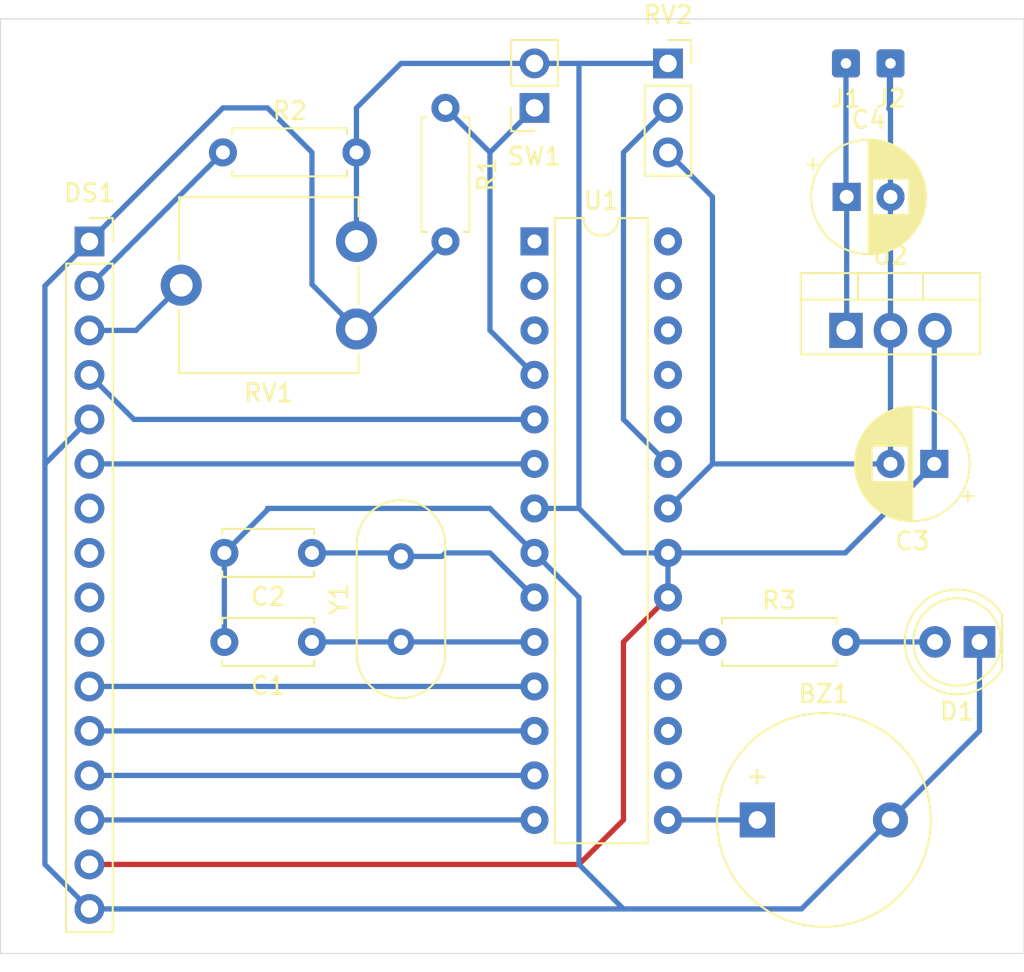
<source format=kicad_pcb>
(kicad_pcb (version 20241229) (generator "pcbnew") (generator_version "9.0")
  (layers (0 "F.Cu" signal) (4 "In1.Cu" signal) (6 "In2.Cu" signal) (2 "B.Cu" signal) (13 "F.Paste" user) (15 "B.Paste" user) (5 "F.SilkS" user "F.Silkscreen") (7 "B.SilkS" user "B.Silkscreen") (1 "F.Mask" user) (3 "B.Mask" user) (25 "Edge.Cuts" user))
  (net 0 "")
  (net 1 "Net-(DS1-D7)")
  (net 2 "Net-(DS1-RS)")
  (net 3 "GND")
  (net 4 "Net-(DS1-E)")
  (net 6 "Net-(DS1-VO)")
  (net 9 "Net-(DS1-D6)")
  (net 10 "Net-(DS1-D4)")
  (net 11 "Net-(DS1-D5)")
  (net 12 "Net-(U1-XTAL1{slash}PB6)")
  (net 13 "Net-(DS1-VDD)")
  (net 15 "Net-(U1-PD2)")
  (net 16 "Net-(U1-XTAL2{slash}PB7)")
  (net 17 "Net-(U1-PC0)")
  (net 18 "Net-(BZ1-+)")
  (net 21 "+5V")
  (net 28 "Net-(U1-PB5)")
  (net 32 "Net-(D1-A)")
  (net 33 "+9V")
  (footprint "Buzzer_Beeper:Buzzer_12x9.5RM7.6" (layer "F.Cu") (at 144.8 116.84)
    (property "Reference" "BZ1" (at 3.8 -7.2 0) (layer "F.SilkS"))
    (property "Value" "Buzzer")
    (fp_circle (center 3.8 0) (end 9.9 0) (stroke (width 0.12)) (fill no) (layer "F.SilkS"))
    (fp_text user "+" (at -0.01 -2.54 0) (layer "F.SilkS"))
    (pad "1" thru_hole rect (at 0 0) (size 2 2) (drill 1) (layers "*.Cu" "*.Mask") (net 18 "Net-(BZ1-+)"))
    (pad "2" thru_hole circle (at 7.6 0) (size 2 2) (drill 1) (layers "*.Cu" "*.Mask") (net 3 "GND"))
  )
  (footprint "Package_TO_SOT_THT:TO-220-3_Vertical" (layer "F.Cu") (at 149.86 88.9)
    (property "Reference" "U2" (at 2.54 -4.27 0) (layer "F.SilkS"))
    (property "Value" "L7805")
    (fp_line (start -2.58 -3.27) (end -2.58 1.371) (stroke (width 0.12)) (layer "F.SilkS"))
    (fp_line (start -2.58 -3.27) (end 7.66 -3.27) (stroke (width 0.12)) (layer "F.SilkS"))
    (fp_line (start -2.58 -1.76) (end 7.66 -1.76) (stroke (width 0.12)) (layer "F.SilkS"))
    (fp_line (start -2.58 1.371) (end 7.66 1.371) (stroke (width 0.12)) (layer "F.SilkS"))
    (fp_line (start 0.69 -3.27) (end 0.69 -1.76) (stroke (width 0.12)) (layer "F.SilkS"))
    (fp_line (start 4.391 -3.27) (end 4.391 -1.76) (stroke (width 0.12)) (layer "F.SilkS"))
    (fp_line (start 7.66 -3.27) (end 7.66 1.371) (stroke (width 0.12)) (layer "F.SilkS"))
    (pad "1" thru_hole rect (at 0 0) (size 1.905 2) (drill 1.1) (layers "*.Cu" "*.Mask") (net 33 "+9V"))
    (pad "2" thru_hole oval (at 2.54 0) (size 1.905 2) (drill 1.1) (layers "*.Cu" "*.Mask") (net 3 "GND"))
    (pad "3" thru_hole oval (at 5.08 0) (size 1.905 2) (drill 1.1) (layers "*.Cu" "*.Mask") (net 21 "+5V"))
  )
  (footprint "Connector_PinSocket_2.54mm:PinSocket_1x16_P2.54mm_Vertical" (layer "F.Cu") (at 106.68 83.82)
    (property "Reference" "DS1" (at 0 -2.77 0) (layer "F.SilkS"))
    (property "Value" "WC1602A")
    (fp_line (start -1.33 1.27) (end -1.33 39.43) (stroke (width 0.12)) (layer "F.SilkS"))
    (fp_line (start -1.33 1.27) (end 1.33 1.27) (stroke (width 0.12)) (layer "F.SilkS"))
    (fp_line (start -1.33 39.43) (end 1.33 39.43) (stroke (width 0.12)) (layer "F.SilkS"))
    (fp_line (start 0 -1.33) (end 1.33 -1.33) (stroke (width 0.12)) (layer "F.SilkS"))
    (fp_line (start 1.33 -1.33) (end 1.33 0) (stroke (width 0.12)) (layer "F.SilkS"))
    (fp_line (start 1.33 1.27) (end 1.33 39.43) (stroke (width 0.12)) (layer "F.SilkS"))
    (pad "1" thru_hole rect (at 0 0) (size 1.7 1.7) (drill 1) (layers "*.Cu" "*.Mask") (net 3 "GND"))
    (pad "2" thru_hole oval (at 0 2.54) (size 1.7 1.7) (drill 1) (layers "*.Cu" "*.Mask") (net 13 "Net-(DS1-VDD)"))
    (pad "3" thru_hole oval (at 0 5.08) (size 1.7 1.7) (drill 1) (layers "*.Cu" "*.Mask") (net 6 "Net-(DS1-VO)"))
    (pad "4" thru_hole oval (at 0 7.62) (size 1.7 1.7) (drill 1) (layers "*.Cu" "*.Mask") (net 2 "Net-(DS1-RS)"))
    (pad "5" thru_hole oval (at 0 10.16) (size 1.7 1.7) (drill 1) (layers "*.Cu" "*.Mask") (net 3 "GND"))
    (pad "6" thru_hole oval (at 0 12.7) (size 1.7 1.7) (drill 1) (layers "*.Cu" "*.Mask") (net 4 "Net-(DS1-E)"))
    (pad "7" thru_hole oval (at 0 15.24) (size 1.7 1.7) (drill 1) (layers "*.Cu" "*.Mask"))
    (pad "8" thru_hole oval (at 0 17.78) (size 1.7 1.7) (drill 1) (layers "*.Cu" "*.Mask"))
    (pad "9" thru_hole oval (at 0 20.32) (size 1.7 1.7) (drill 1) (layers "*.Cu" "*.Mask"))
    (pad "10" thru_hole oval (at 0 22.86) (size 1.7 1.7) (drill 1) (layers "*.Cu" "*.Mask"))
    (pad "11" thru_hole oval (at 0 25.4) (size 1.7 1.7) (drill 1) (layers "*.Cu" "*.Mask") (net 10 "Net-(DS1-D4)"))
    (pad "12" thru_hole oval (at 0 27.94) (size 1.7 1.7) (drill 1) (layers "*.Cu" "*.Mask") (net 11 "Net-(DS1-D5)"))
    (pad "13" thru_hole oval (at 0 30.48) (size 1.7 1.7) (drill 1) (layers "*.Cu" "*.Mask") (net 9 "Net-(DS1-D6)"))
    (pad "14" thru_hole oval (at 0 33.02) (size 1.7 1.7) (drill 1) (layers "*.Cu" "*.Mask") (net 1 "Net-(DS1-D7)"))
    (pad "15" thru_hole oval (at 0 35.56) (size 1.7 1.7) (drill 1) (layers "*.Cu" "*.Mask") (net 21 "+5V"))
    (pad "16" thru_hole oval (at 0 38.1) (size 1.7 1.7) (drill 1) (layers "*.Cu" "*.Mask") (net 3 "GND"))
  )
  (footprint "LED_THT:LED_D5.0mm" (layer "F.Cu") (at 157.48 106.68 180)
    (property "Reference" "D1" (at 1.27 -3.96 0) (layer "F.SilkS"))
    (property "Value" "LED")
    (fp_line (start -1.29 -1.545) (end -1.29 1.545) (stroke (width 0.12)) (layer "F.SilkS"))
    (fp_arc (start 4.26 -0.000462) (mid 2.072002 2.880433) (end -1.29 1.54483) (stroke (width 0.12)) (layer "F.SilkS"))
    (fp_arc (start -1.29 -1.54483) (mid 2.072002 -2.880433) (end 4.26 0.000462) (stroke (width 0.12)) (layer "F.SilkS"))
    (fp_circle (center 1.27 0) (end 3.77 0) (stroke (width 0.12)) (fill no) (layer "F.SilkS"))
    (pad "1" thru_hole rect (at 0 0 180) (size 1.8 1.8) (drill 0.9) (layers "*.Cu" "*.Mask") (net 3 "GND"))
    (pad "2" thru_hole circle (at 2.54 0 180) (size 1.8 1.8) (drill 0.9) (layers "*.Cu" "*.Mask") (net 32 "Net-(D1-A)"))
  )
  (footprint "Resistor_THT:R_Axial_DIN0207_L6.3mm_D2.5mm_P7.62mm_Horizontal" (layer "F.Cu") (at 114.3 78.74)
    (property "Reference" "R2" (at 3.81 -2.37 0) (layer "F.SilkS"))
    (property "Value" "220")
    (fp_line (start 0.54 -1.37) (end 7.08 -1.37) (stroke (width 0.12)) (layer "F.SilkS"))
    (fp_line (start 0.54 -1.04) (end 0.54 -1.37) (stroke (width 0.12)) (layer "F.SilkS"))
    (fp_line (start 0.54 1.04) (end 0.54 1.37) (stroke (width 0.12)) (layer "F.SilkS"))
    (fp_line (start 0.54 1.37) (end 7.08 1.37) (stroke (width 0.12)) (layer "F.SilkS"))
    (fp_line (start 7.08 -1.37) (end 7.08 -1.04) (stroke (width 0.12)) (layer "F.SilkS"))
    (fp_line (start 7.08 1.37) (end 7.08 1.04) (stroke (width 0.12)) (layer "F.SilkS"))
    (pad "1" thru_hole circle (at 0 0) (size 1.6 1.6) (drill 0.8) (layers "*.Cu" "*.Mask") (net 13 "Net-(DS1-VDD)"))
    (pad "2" thru_hole oval (at 7.62 0) (size 1.6 1.6) (drill 0.8) (layers "*.Cu" "*.Mask") (net 21 "+5V"))
  )
  (footprint "Connector_Wire:SolderWire-0.1sqmm_1x01_D0.4mm_OD1mm" (layer "F.Cu") (at 152.4 73.66 180)
    (property "Reference" "J2" (at 0 -2 0) (layer "F.SilkS"))
    (property "Value" "Conn_01x01_Pin")
    (pad "1" thru_hole roundrect (at 0 0 180) (size 1.6 1.6) (drill 0.6) (layers "*.Cu" "*.Mask") (roundrect_rratio 0.15625) (net 3 "GND"))
  )
  (footprint "Connector_PinSocket_2.54mm:PinSocket_1x02_P2.54mm_Vertical" (layer "F.Cu") (at 132.08 76.2 180)
    (property "Reference" "SW1" (at 0 -2.77 0) (layer "F.SilkS"))
    (property "Value" "SW_Push")
    (fp_line (start 1.33 1.27) (end 1.33 3.87) (stroke (width 0.12)) (layer "F.SilkS"))
    (fp_line (start 1.33 -1.33) (end 1.33 0) (stroke (width 0.12)) (layer "F.SilkS"))
    (fp_line (start 0 -1.33) (end 1.33 -1.33) (stroke (width 0.12)) (layer "F.SilkS"))
    (fp_line (start -1.33 3.87) (end 1.33 3.87) (stroke (width 0.12)) (layer "F.SilkS"))
    (fp_line (start -1.33 1.27) (end 1.33 1.27) (stroke (width 0.12)) (layer "F.SilkS"))
    (fp_line (start -1.33 1.27) (end -1.33 3.87) (stroke (width 0.12)) (layer "F.SilkS"))
    (pad "1" thru_hole rect (at 0 0 180) (size 1.7 1.7) (drill 1) (layers "*.Cu" "*.Mask") (net 15 "Net-(U1-PD2)"))
    (pad "2" thru_hole oval (at 0 2.54 180) (size 1.7 1.7) (drill 1) (layers "*.Cu" "*.Mask") (net 21 "+5V"))
  )
  (footprint "Crystal:Crystal_HC49-U_Vertical" (layer "F.Cu") (at 124.46 106.68 90)
    (property "Reference" "Y1" (at 2.44 -3.525 90) (layer "F.SilkS"))
    (property "Value" "Crystal")
    (fp_line (start -0.685 -2.525) (end 5.565 -2.525) (stroke (width 0.12)) (layer "F.SilkS"))
    (fp_line (start -0.685 2.525) (end 5.565 2.525) (stroke (width 0.12)) (layer "F.SilkS"))
    (fp_arc (start 5.565 -2.525) (mid 8.09 0) (end 5.565 2.525) (stroke (width 0.12)) (layer "F.SilkS"))
    (fp_arc (start -0.685 2.525) (mid -3.21 0) (end -0.685 -2.525) (stroke (width 0.12)) (layer "F.SilkS"))
    (pad "1" thru_hole circle (at 0 0 90) (size 1.5 1.5) (drill 0.8) (layers "*.Cu" "*.Mask") (net 16 "Net-(U1-XTAL2{slash}PB7)"))
    (pad "2" thru_hole circle (at 4.88 0 90) (size 1.5 1.5) (drill 0.8) (layers "*.Cu" "*.Mask") (net 12 "Net-(U1-XTAL1{slash}PB6)"))
  )
  (footprint "Resistor_THT:R_Axial_DIN0207_L6.3mm_D2.5mm_P7.62mm_Horizontal" (layer "F.Cu") (at 127 76.2 -90)
    (property "Reference" "R1" (at 3.81 -2.37 90) (layer "F.SilkS"))
    (property "Value" "10k")
    (fp_line (start 0.54 1.37) (end 7.08 1.37) (stroke (width 0.12)) (layer "F.SilkS"))
    (fp_line (start 7.08 1.37) (end 7.08 1.04) (stroke (width 0.12)) (layer "F.SilkS"))
    (fp_line (start 0.54 1.04) (end 0.54 1.37) (stroke (width 0.12)) (layer "F.SilkS"))
    (fp_line (start 0.54 -1.04) (end 0.54 -1.37) (stroke (width 0.12)) (layer "F.SilkS"))
    (fp_line (start 0.54 -1.37) (end 7.08 -1.37) (stroke (width 0.12)) (layer "F.SilkS"))
    (fp_line (start 7.08 -1.37) (end 7.08 -1.04) (stroke (width 0.12)) (layer "F.SilkS"))
    (pad "1" thru_hole circle (at 0 0 270) (size 1.6 1.6) (drill 0.8) (layers "*.Cu" "*.Mask") (net 15 "Net-(U1-PD2)"))
    (pad "2" thru_hole oval (at 7.62 0 270) (size 1.6 1.6) (drill 0.8) (layers "*.Cu" "*.Mask") (net 3 "GND"))
  )
  (footprint "Connector_PinSocket_2.54mm:PinSocket_1x03_P2.54mm_Vertical" (layer "F.Cu") (at 139.7 73.66)
    (property "Reference" "RV2" (at 0 -2.77 0) (layer "F.SilkS"))
    (property "Value" "10k log")
    (fp_line (start -1.33 1.27) (end -1.33 6.41) (stroke (width 0.12)) (layer "F.SilkS"))
    (fp_line (start -1.33 1.27) (end 1.33 1.27) (stroke (width 0.12)) (layer "F.SilkS"))
    (fp_line (start -1.33 6.41) (end 1.33 6.41) (stroke (width 0.12)) (layer "F.SilkS"))
    (fp_line (start 0 -1.33) (end 1.33 -1.33) (stroke (width 0.12)) (layer "F.SilkS"))
    (fp_line (start 1.33 -1.33) (end 1.33 0) (stroke (width 0.12)) (layer "F.SilkS"))
    (fp_line (start 1.33 1.27) (end 1.33 6.41) (stroke (width 0.12)) (layer "F.SilkS"))
    (pad "1" thru_hole rect (at 0 0) (size 1.7 1.7) (drill 1) (layers "*.Cu" "*.Mask") (net 21 "+5V"))
    (pad "2" thru_hole oval (at 0 2.54) (size 1.7 1.7) (drill 1) (layers "*.Cu" "*.Mask") (net 17 "Net-(U1-PC0)"))
    (pad "3" thru_hole oval (at 0 5.08) (size 1.7 1.7) (drill 1) (layers "*.Cu" "*.Mask") (net 3 "GND"))
  )
  (footprint "Potentiometer_THT:Potentiometer_ACP_CA9-V10_Vertical" (layer "F.Cu") (at 121.92 83.82 180)
    (property "Reference" "RV1" (at 5 -8.65 180) (layer "F.SilkS"))
    (property "Value" "10k")
    (fp_line (start 10.12 -1.075) (end 10.12 2.52) (stroke (width 0.12)) (layer "F.SilkS"))
    (fp_line (start 10.12 -7.521) (end 10.12 -3.925) (stroke (width 0.12)) (layer "F.SilkS"))
    (fp_line (start -0.12 2.52) (end 10.12 2.52) (stroke (width 0.12)) (layer "F.SilkS"))
    (fp_line (start -0.12 1.425) (end -0.12 2.52) (stroke (width 0.12)) (layer "F.SilkS"))
    (fp_line (start -0.12 -3.574) (end -0.12 -1.425) (stroke (width 0.12)) (layer "F.SilkS"))
    (fp_line (start -0.12 -7.521) (end 10.12 -7.521) (stroke (width 0.12)) (layer "F.SilkS"))
    (fp_line (start -0.12 -7.521) (end -0.12 -6.426) (stroke (width 0.12)) (layer "F.SilkS"))
    (pad "1" thru_hole circle (at 0 0 180) (size 2.34 2.34) (drill 1.3) (layers "*.Cu" "*.Mask") (net 21 "+5V"))
    (pad "2" thru_hole circle (at 10 -2.5 180) (size 2.34 2.34) (drill 1.3) (layers "*.Cu" "*.Mask") (net 6 "Net-(DS1-VO)"))
    (pad "3" thru_hole circle (at 0 -5 180) (size 2.34 2.34) (drill 1.3) (layers "*.Cu" "*.Mask") (net 3 "GND"))
  )
  (footprint "Capacitor_THT:C_Disc_D5.0mm_W2.5mm_P5.00mm" (layer "F.Cu") (at 119.38 101.6 180)
    (property "Reference" "C2" (at 2.5 -2.5 0) (layer "F.SilkS"))
    (property "Value" "22p")
    (fp_line (start 5.12 1.055) (end 5.12 1.37) (stroke (width 0.12)) (layer "F.SilkS"))
    (fp_line (start 5.12 -1.37) (end 5.12 -1.055) (stroke (width 0.12)) (layer "F.SilkS"))
    (fp_line (start -0.12 1.37) (end 5.12 1.37) (stroke (width 0.12)) (layer "F.SilkS"))
    (fp_line (start -0.12 1.055) (end -0.12 1.37) (stroke (width 0.12)) (layer "F.SilkS"))
    (fp_line (start -0.12 -1.37) (end 5.12 -1.37) (stroke (width 0.12)) (layer "F.SilkS"))
    (fp_line (start -0.12 -1.37) (end -0.12 -1.055) (stroke (width 0.12)) (layer "F.SilkS"))
    (pad "1" thru_hole circle (at 0 0 180) (size 1.6 1.6) (drill 0.8) (layers "*.Cu" "*.Mask") (net 12 "Net-(U1-XTAL1{slash}PB6)"))
    (pad "2" thru_hole circle (at 5 0 180) (size 1.6 1.6) (drill 0.8) (layers "*.Cu" "*.Mask") (net 3 "GND"))
  )
  (footprint "Capacitor_THT:CP_Radial_D6.3mm_P2.50mm" (layer "F.Cu") (at 154.9 96.52 180)
    (property "Reference" "C3" (at 1.25 -4.4 0) (layer "F.SilkS"))
    (property "Value" "100µ")
    (fp_line (start 4.491 -0.402) (end 4.491 0.402) (stroke (width 0.12)) (layer "F.SilkS"))
    (fp_line (start 4.451 -0.633) (end 4.451 0.633) (stroke (width 0.12)) (layer "F.SilkS"))
    (fp_line (start 4.411 -0.802) (end 4.411 0.802) (stroke (width 0.12)) (layer "F.SilkS"))
    (fp_line (start 4.371 -0.94) (end 4.371 0.94) (stroke (width 0.12)) (layer "F.SilkS"))
    (fp_line (start 4.331 -1.059) (end 4.331 1.059) (stroke (width 0.12)) (layer "F.SilkS"))
    (fp_line (start 4.291 -1.165) (end 4.291 1.165) (stroke (width 0.12)) (layer "F.SilkS"))
    (fp_line (start 4.251 -1.262) (end 4.251 1.262) (stroke (width 0.12)) (layer "F.SilkS"))
    (fp_line (start 4.211 -1.35) (end 4.211 1.35) (stroke (width 0.12)) (layer "F.SilkS"))
    (fp_line (start 4.171 -1.432) (end 4.171 1.432) (stroke (width 0.12)) (layer "F.SilkS"))
    (fp_line (start 4.131 -1.509) (end 4.131 1.509) (stroke (width 0.12)) (layer "F.SilkS"))
    (fp_line (start 4.091 -1.581) (end 4.091 1.581) (stroke (width 0.12)) (layer "F.SilkS"))
    (fp_line (start 4.051 -1.65) (end 4.051 1.65) (stroke (width 0.12)) (layer "F.SilkS"))
    (fp_line (start 4.011 -1.714) (end 4.011 1.714) (stroke (width 0.12)) (layer "F.SilkS"))
    (fp_line (start 3.971 -1.776) (end 3.971 1.776) (stroke (width 0.12)) (layer "F.SilkS"))
    (fp_line (start 3.931 -1.834) (end 3.931 1.834) (stroke (width 0.12)) (layer "F.SilkS"))
    (fp_line (start 3.891 -1.89) (end 3.891 1.89) (stroke (width 0.12)) (layer "F.SilkS"))
    (fp_line (start 3.851 -1.944) (end 3.851 1.944) (stroke (width 0.12)) (layer "F.SilkS"))
    (fp_line (start 3.811 -1.995) (end 3.811 1.995) (stroke (width 0.12)) (layer "F.SilkS"))
    (fp_line (start 3.771 -2.044) (end 3.771 2.044) (stroke (width 0.12)) (layer "F.SilkS"))
    (fp_line (start 3.731 -2.092) (end 3.731 2.092) (stroke (width 0.12)) (layer "F.SilkS"))
    (fp_line (start 3.691 -2.137) (end 3.691 2.137) (stroke (width 0.12)) (layer "F.SilkS"))
    (fp_line (start 3.651 -2.182) (end 3.651 2.182) (stroke (width 0.12)) (layer "F.SilkS"))
    (fp_line (start 3.611 -2.224) (end 3.611 2.224) (stroke (width 0.12)) (layer "F.SilkS"))
    (fp_line (start 3.571 -2.265) (end 3.571 2.265) (stroke (width 0.12)) (layer "F.SilkS"))
    (fp_line (start 3.531 1.04) (end 3.531 2.305) (stroke (width 0.12)) (layer "F.SilkS"))
    (fp_line (start 3.531 -2.305) (end 3.531 -1.04) (stroke (width 0.12)) (layer "F.SilkS"))
    (fp_line (start 3.491 1.04) (end 3.491 2.343) (stroke (width 0.12)) (layer "F.SilkS"))
    (fp_line (start 3.491 -2.343) (end 3.491 -1.04) (stroke (width 0.12)) (layer "F.SilkS"))
    (fp_line (start 3.451 1.04) (end 3.451 2.38) (stroke (width 0.12)) (layer "F.SilkS"))
    (fp_line (start 3.451 -2.38) (end 3.451 -1.04) (stroke (width 0.12)) (layer "F.SilkS"))
    (fp_line (start 3.411 1.04) (end 3.411 2.416) (stroke (width 0.12)) (layer "F.SilkS"))
    (fp_line (start 3.411 -2.416) (end 3.411 -1.04) (stroke (width 0.12)) (layer "F.SilkS"))
    (fp_line (start 3.371 1.04) (end 3.371 2.45) (stroke (width 0.12)) (layer "F.SilkS"))
    (fp_line (start 3.371 -2.45) (end 3.371 -1.04) (stroke (width 0.12)) (layer "F.SilkS"))
    (fp_line (start 3.331 1.04) (end 3.331 2.484) (stroke (width 0.12)) (layer "F.SilkS"))
    (fp_line (start 3.331 -2.484) (end 3.331 -1.04) (stroke (width 0.12)) (layer "F.SilkS"))
    (fp_line (start 3.291 1.04) (end 3.291 2.516) (stroke (width 0.12)) (layer "F.SilkS"))
    (fp_line (start 3.291 -2.516) (end 3.291 -1.04) (stroke (width 0.12)) (layer "F.SilkS"))
    (fp_line (start 3.251 1.04) (end 3.251 2.548) (stroke (width 0.12)) (layer "F.SilkS"))
    (fp_line (start 3.251 -2.548) (end 3.251 -1.04) (stroke (width 0.12)) (layer "F.SilkS"))
    (fp_line (start 3.211 1.04) (end 3.211 2.578) (stroke (width 0.12)) (layer "F.SilkS"))
    (fp_line (start 3.211 -2.578) (end 3.211 -1.04) (stroke (width 0.12)) (layer "F.SilkS"))
    (fp_line (start 3.171 1.04) (end 3.171 2.607) (stroke (width 0.12)) (layer "F.SilkS"))
    (fp_line (start 3.171 -2.607) (end 3.171 -1.04) (stroke (width 0.12)) (layer "F.SilkS"))
    (fp_line (start 3.131 1.04) (end 3.131 2.636) (stroke (width 0.12)) (layer "F.SilkS"))
    (fp_line (start 3.131 -2.636) (end 3.131 -1.04) (stroke (width 0.12)) (layer "F.SilkS"))
    (fp_line (start 3.091 1.04) (end 3.091 2.664) (stroke (width 0.12)) (layer "F.SilkS"))
    (fp_line (start 3.091 -2.664) (end 3.091 -1.04) (stroke (width 0.12)) (layer "F.SilkS"))
    (fp_line (start 3.051 1.04) (end 3.051 2.69) (stroke (width 0.12)) (layer "F.SilkS"))
    (fp_line (start 3.051 -2.69) (end 3.051 -1.04) (stroke (width 0.12)) (layer "F.SilkS"))
    (fp_line (start 3.011 1.04) (end 3.011 2.716) (stroke (width 0.12)) (layer "F.SilkS"))
    (fp_line (start 3.011 -2.716) (end 3.011 -1.04) (stroke (width 0.12)) (layer "F.SilkS"))
    (fp_line (start 2.971 1.04) (end 2.971 2.742) (stroke (width 0.12)) (layer "F.SilkS"))
    (fp_line (start 2.971 -2.742) (end 2.971 -1.04) (stroke (width 0.12)) (layer "F.SilkS"))
    (fp_line (start 2.931 1.04) (end 2.931 2.766) (stroke (width 0.12)) (layer "F.SilkS"))
    (fp_line (start 2.931 -2.766) (end 2.931 -1.04) (stroke (width 0.12)) (layer "F.SilkS"))
    (fp_line (start 2.891 1.04) (end 2.891 2.79) (stroke (width 0.12)) (layer "F.SilkS"))
    (fp_line (start 2.891 -2.79) (end 2.891 -1.04) (stroke (width 0.12)) (layer "F.SilkS"))
    (fp_line (start 2.851 1.04) (end 2.851 2.812) (stroke (width 0.12)) (layer "F.SilkS"))
    (fp_line (start 2.851 -2.812) (end 2.851 -1.04) (stroke (width 0.12)) (layer "F.SilkS"))
    (fp_line (start 2.811 1.04) (end 2.811 2.834) (stroke (width 0.12)) (layer "F.SilkS"))
    (fp_line (start 2.811 -2.834) (end 2.811 -1.04) (stroke (width 0.12)) (layer "F.SilkS"))
    (fp_line (start 2.771 1.04) (end 2.771 2.856) (stroke (width 0.12)) (layer "F.SilkS"))
    (fp_line (start 2.771 -2.856) (end 2.771 -1.04) (stroke (width 0.12)) (layer "F.SilkS"))
    (fp_line (start 2.731 1.04) (end 2.731 2.876) (stroke (width 0.12)) (layer "F.SilkS"))
    (fp_line (start 2.731 -2.876) (end 2.731 -1.04) (stroke (width 0.12)) (layer "F.SilkS"))
    (fp_line (start 2.691 1.04) (end 2.691 2.896) (stroke (width 0.12)) (layer "F.SilkS"))
    (fp_line (start 2.691 -2.896) (end 2.691 -1.04) (stroke (width 0.12)) (layer "F.SilkS"))
    (fp_line (start 2.651 1.04) (end 2.651 2.916) (stroke (width 0.12)) (layer "F.SilkS"))
    (fp_line (start 2.651 -2.916) (end 2.651 -1.04) (stroke (width 0.12)) (layer "F.SilkS"))
    (fp_line (start 2.611 1.04) (end 2.611 2.934) (stroke (width 0.12)) (layer "F.SilkS"))
    (fp_line (start 2.611 -2.934) (end 2.611 -1.04) (stroke (width 0.12)) (layer "F.SilkS"))
    (fp_line (start 2.571 1.04) (end 2.571 2.952) (stroke (width 0.12)) (layer "F.SilkS"))
    (fp_line (start 2.571 -2.952) (end 2.571 -1.04) (stroke (width 0.12)) (layer "F.SilkS"))
    (fp_line (start 2.531 1.04) (end 2.531 2.97) (stroke (width 0.12)) (layer "F.SilkS"))
    (fp_line (start 2.531 -2.97) (end 2.531 -1.04) (stroke (width 0.12)) (layer "F.SilkS"))
    (fp_line (start 2.491 1.04) (end 2.491 2.986) (stroke (width 0.12)) (layer "F.SilkS"))
    (fp_line (start 2.491 -2.986) (end 2.491 -1.04) (stroke (width 0.12)) (layer "F.SilkS"))
    (fp_line (start 2.451 1.04) (end 2.451 3.002) (stroke (width 0.12)) (layer "F.SilkS"))
    (fp_line (start 2.451 -3.002) (end 2.451 -1.04) (stroke (width 0.12)) (layer "F.SilkS"))
    (fp_line (start 2.411 1.04) (end 2.411 3.018) (stroke (width 0.12)) (layer "F.SilkS"))
    (fp_line (start 2.411 -3.018) (end 2.411 -1.04) (stroke (width 0.12)) (layer "F.SilkS"))
    (fp_line (start 2.371 1.04) (end 2.371 3.033) (stroke (width 0.12)) (layer "F.SilkS"))
    (fp_line (start 2.371 -3.033) (end 2.371 -1.04) (stroke (width 0.12)) (layer "F.SilkS"))
    (fp_line (start 2.331 1.04) (end 2.331 3.047) (stroke (width 0.12)) (layer "F.SilkS"))
    (fp_line (start 2.331 -3.047) (end 2.331 -1.04) (stroke (width 0.12)) (layer "F.SilkS"))
    (fp_line (start 2.291 1.04) (end 2.291 3.061) (stroke (width 0.12)) (layer "F.SilkS"))
    (fp_line (start 2.291 -3.061) (end 2.291 -1.04) (stroke (width 0.12)) (layer "F.SilkS"))
    (fp_line (start 2.251 1.04) (end 2.251 3.074) (stroke (width 0.12)) (layer "F.SilkS"))
    (fp_line (start 2.251 -3.074) (end 2.251 -1.04) (stroke (width 0.12)) (layer "F.SilkS"))
    (fp_line (start 2.211 1.04) (end 2.211 3.086) (stroke (width 0.12)) (layer "F.SilkS"))
    (fp_line (start 2.211 -3.086) (end 2.211 -1.04) (stroke (width 0.12)) (layer "F.SilkS"))
    (fp_line (start 2.171 1.04) (end 2.171 3.098) (stroke (width 0.12)) (layer "F.SilkS"))
    (fp_line (start 2.171 -3.098) (end 2.171 -1.04) (stroke (width 0.12)) (layer "F.SilkS"))
    (fp_line (start 2.131 1.04) (end 2.131 3.11) (stroke (width 0.12)) (layer "F.SilkS"))
    (fp_line (start 2.131 -3.11) (end 2.131 -1.04) (stroke (width 0.12)) (layer "F.SilkS"))
    (fp_line (start 2.091 1.04) (end 2.091 3.121) (stroke (width 0.12)) (layer "F.SilkS"))
    (fp_line (start 2.091 -3.121) (end 2.091 -1.04) (stroke (width 0.12)) (layer "F.SilkS"))
    (fp_line (start 2.051 1.04) (end 2.051 3.131) (stroke (width 0.12)) (layer "F.SilkS"))
    (fp_line (start 2.051 -3.131) (end 2.051 -1.04) (stroke (width 0.12)) (layer "F.SilkS"))
    (fp_line (start 2.011 1.04) (end 2.011 3.141) (stroke (width 0.12)) (layer "F.SilkS"))
    (fp_line (start 2.011 -3.141) (end 2.011 -1.04) (stroke (width 0.12)) (layer "F.SilkS"))
    (fp_line (start 1.971 1.04) (end 1.971 3.15) (stroke (width 0.12)) (layer "F.SilkS"))
    (fp_line (start 1.971 -3.15) (end 1.971 -1.04) (stroke (width 0.12)) (layer "F.SilkS"))
    (fp_line (start 1.93 1.04) (end 1.93 3.159) (stroke (width 0.12)) (layer "F.SilkS"))
    (fp_line (start 1.93 -3.159) (end 1.93 -1.04) (stroke (width 0.12)) (layer "F.SilkS"))
    (fp_line (start 1.89 1.04) (end 1.89 3.167) (stroke (width 0.12)) (layer "F.SilkS"))
    (fp_line (start 1.89 -3.167) (end 1.89 -1.04) (stroke (width 0.12)) (layer "F.SilkS"))
    (fp_line (start 1.85 1.04) (end 1.85 3.175) (stroke (width 0.12)) (layer "F.SilkS"))
    (fp_line (start 1.85 -3.175) (end 1.85 -1.04) (stroke (width 0.12)) (layer "F.SilkS"))
    (fp_line (start 1.81 1.04) (end 1.81 3.182) (stroke (width 0.12)) (layer "F.SilkS"))
    (fp_line (start 1.81 -3.182) (end 1.81 -1.04) (stroke (width 0.12)) (layer "F.SilkS"))
    (fp_line (start 1.77 1.04) (end 1.77 3.189) (stroke (width 0.12)) (layer "F.SilkS"))
    (fp_line (start 1.77 -3.189) (end 1.77 -1.04) (stroke (width 0.12)) (layer "F.SilkS"))
    (fp_line (start 1.73 1.04) (end 1.73 3.195) (stroke (width 0.12)) (layer "F.SilkS"))
    (fp_line (start 1.73 -3.195) (end 1.73 -1.04) (stroke (width 0.12)) (layer "F.SilkS"))
    (fp_line (start 1.69 1.04) (end 1.69 3.201) (stroke (width 0.12)) (layer "F.SilkS"))
    (fp_line (start 1.69 -3.201) (end 1.69 -1.04) (stroke (width 0.12)) (layer "F.SilkS"))
    (fp_line (start 1.65 1.04) (end 1.65 3.206) (stroke (width 0.12)) (layer "F.SilkS"))
    (fp_line (start 1.65 -3.206) (end 1.65 -1.04) (stroke (width 0.12)) (layer "F.SilkS"))
    (fp_line (start 1.61 1.04) (end 1.61 3.211) (stroke (width 0.12)) (layer "F.SilkS"))
    (fp_line (start 1.61 -3.211) (end 1.61 -1.04) (stroke (width 0.12)) (layer "F.SilkS"))
    (fp_line (start 1.57 1.04) (end 1.57 3.215) (stroke (width 0.12)) (layer "F.SilkS"))
    (fp_line (start 1.57 -3.215) (end 1.57 -1.04) (stroke (width 0.12)) (layer "F.SilkS"))
    (fp_line (start 1.53 1.04) (end 1.53 3.218) (stroke (width 0.12)) (layer "F.SilkS"))
    (fp_line (start 1.53 -3.218) (end 1.53 -1.04) (stroke (width 0.12)) (layer "F.SilkS"))
    (fp_line (start 1.49 1.04) (end 1.49 3.222) (stroke (width 0.12)) (layer "F.SilkS"))
    (fp_line (start 1.49 -3.222) (end 1.49 -1.04) (stroke (width 0.12)) (layer "F.SilkS"))
    (fp_line (start 1.45 -3.224) (end 1.45 3.224) (stroke (width 0.12)) (layer "F.SilkS"))
    (fp_line (start 1.41 -3.227) (end 1.41 3.227) (stroke (width 0.12)) (layer "F.SilkS"))
    (fp_line (start 1.37 -3.228) (end 1.37 3.228) (stroke (width 0.12)) (layer "F.SilkS"))
    (fp_line (start 1.33 -3.23) (end 1.33 3.23) (stroke (width 0.12)) (layer "F.SilkS"))
    (fp_line (start 1.29 -3.23) (end 1.29 3.23) (stroke (width 0.12)) (layer "F.SilkS"))
    (fp_line (start 1.25 -3.23) (end 1.25 3.23) (stroke (width 0.12)) (layer "F.SilkS"))
    (fp_line (start -1.935241 -2.154) (end -1.935241 -1.524) (stroke (width 0.12)) (layer "F.SilkS"))
    (fp_line (start -2.250241 -1.839) (end -1.620241 -1.839) (stroke (width 0.12)) (layer "F.SilkS"))
    (fp_circle (center 1.25 0) (end 4.52 0) (stroke (width 0.12)) (fill no) (layer "F.SilkS"))
    (pad "1" thru_hole rect (at 0 0 180) (size 1.6 1.6) (drill 0.8) (layers "*.Cu" "*.Mask") (net 21 "+5V"))
    (pad "2" thru_hole circle (at 2.5 0 180) (size 1.6 1.6) (drill 0.8) (layers "*.Cu" "*.Mask") (net 3 "GND"))
  )
  (footprint "Connector_Wire:SolderWire-0.1sqmm_1x01_D0.4mm_OD1mm" (layer "F.Cu") (at 149.86 73.66 180)
    (property "Reference" "J1" (at 0 -2 0) (layer "F.SilkS"))
    (property "Value" "Conn_01x01_Pin")
    (pad "1" thru_hole roundrect (at 0 0 180) (size 1.6 1.6) (drill 0.6) (layers "*.Cu" "*.Mask") (roundrect_rratio 0.15625) (net 33 "+9V"))
  )
  (footprint "Capacitor_THT:CP_Radial_D6.3mm_P2.50mm" (layer "F.Cu") (at 149.9 81.28)
    (property "Reference" "C4" (at 1.25 -4.4 0) (layer "F.SilkS"))
    (property "Value" "100µ")
    (fp_line (start -2.250241 -1.839) (end -1.620241 -1.839) (stroke (width 0.12)) (layer "F.SilkS"))
    (fp_line (start -1.935241 -2.154) (end -1.935241 -1.524) (stroke (width 0.12)) (layer "F.SilkS"))
    (fp_line (start 1.25 -3.23) (end 1.25 3.23) (stroke (width 0.12)) (layer "F.SilkS"))
    (fp_line (start 1.29 -3.23) (end 1.29 3.23) (stroke (width 0.12)) (layer "F.SilkS"))
    (fp_line (start 1.33 -3.23) (end 1.33 3.23) (stroke (width 0.12)) (layer "F.SilkS"))
    (fp_line (start 1.37 -3.228) (end 1.37 3.228) (stroke (width 0.12)) (layer "F.SilkS"))
    (fp_line (start 1.41 -3.227) (end 1.41 3.227) (stroke (width 0.12)) (layer "F.SilkS"))
    (fp_line (start 1.45 -3.224) (end 1.45 3.224) (stroke (width 0.12)) (layer "F.SilkS"))
    (fp_line (start 1.49 -3.222) (end 1.49 -1.04) (stroke (width 0.12)) (layer "F.SilkS"))
    (fp_line (start 1.49 1.04) (end 1.49 3.222) (stroke (width 0.12)) (layer "F.SilkS"))
    (fp_line (start 1.53 -3.218) (end 1.53 -1.04) (stroke (width 0.12)) (layer "F.SilkS"))
    (fp_line (start 1.53 1.04) (end 1.53 3.218) (stroke (width 0.12)) (layer "F.SilkS"))
    (fp_line (start 1.57 -3.215) (end 1.57 -1.04) (stroke (width 0.12)) (layer "F.SilkS"))
    (fp_line (start 1.57 1.04) (end 1.57 3.215) (stroke (width 0.12)) (layer "F.SilkS"))
    (fp_line (start 1.61 -3.211) (end 1.61 -1.04) (stroke (width 0.12)) (layer "F.SilkS"))
    (fp_line (start 1.61 1.04) (end 1.61 3.211) (stroke (width 0.12)) (layer "F.SilkS"))
    (fp_line (start 1.65 -3.206) (end 1.65 -1.04) (stroke (width 0.12)) (layer "F.SilkS"))
    (fp_line (start 1.65 1.04) (end 1.65 3.206) (stroke (width 0.12)) (layer "F.SilkS"))
    (fp_line (start 1.69 -3.201) (end 1.69 -1.04) (stroke (width 0.12)) (layer "F.SilkS"))
    (fp_line (start 1.69 1.04) (end 1.69 3.201) (stroke (width 0.12)) (layer "F.SilkS"))
    (fp_line (start 1.73 -3.195) (end 1.73 -1.04) (stroke (width 0.12)) (layer "F.SilkS"))
    (fp_line (start 1.73 1.04) (end 1.73 3.195) (stroke (width 0.12)) (layer "F.SilkS"))
    (fp_line (start 1.77 -3.189) (end 1.77 -1.04) (stroke (width 0.12)) (layer "F.SilkS"))
    (fp_line (start 1.77 1.04) (end 1.77 3.189) (stroke (width 0.12)) (layer "F.SilkS"))
    (fp_line (start 1.81 -3.182) (end 1.81 -1.04) (stroke (width 0.12)) (layer "F.SilkS"))
    (fp_line (start 1.81 1.04) (end 1.81 3.182) (stroke (width 0.12)) (layer "F.SilkS"))
    (fp_line (start 1.85 -3.175) (end 1.85 -1.04) (stroke (width 0.12)) (layer "F.SilkS"))
    (fp_line (start 1.85 1.04) (end 1.85 3.175) (stroke (width 0.12)) (layer "F.SilkS"))
    (fp_line (start 1.89 -3.167) (end 1.89 -1.04) (stroke (width 0.12)) (layer "F.SilkS"))
    (fp_line (start 1.89 1.04) (end 1.89 3.167) (stroke (width 0.12)) (layer "F.SilkS"))
    (fp_line (start 1.93 -3.159) (end 1.93 -1.04) (stroke (width 0.12)) (layer "F.SilkS"))
    (fp_line (start 1.93 1.04) (end 1.93 3.159) (stroke (width 0.12)) (layer "F.SilkS"))
    (fp_line (start 1.971 -3.15) (end 1.971 -1.04) (stroke (width 0.12)) (layer "F.SilkS"))
    (fp_line (start 1.971 1.04) (end 1.971 3.15) (stroke (width 0.12)) (layer "F.SilkS"))
    (fp_line (start 2.011 -3.141) (end 2.011 -1.04) (stroke (width 0.12)) (layer "F.SilkS"))
    (fp_line (start 2.011 1.04) (end 2.011 3.141) (stroke (width 0.12)) (layer "F.SilkS"))
    (fp_line (start 2.051 -3.131) (end 2.051 -1.04) (stroke (width 0.12)) (layer "F.SilkS"))
    (fp_line (start 2.051 1.04) (end 2.051 3.131) (stroke (width 0.12)) (layer "F.SilkS"))
    (fp_line (start 2.091 -3.121) (end 2.091 -1.04) (stroke (width 0.12)) (layer "F.SilkS"))
    (fp_line (start 2.091 1.04) (end 2.091 3.121) (stroke (width 0.12)) (layer "F.SilkS"))
    (fp_line (start 2.131 -3.11) (end 2.131 -1.04) (stroke (width 0.12)) (layer "F.SilkS"))
    (fp_line (start 2.131 1.04) (end 2.131 3.11) (stroke (width 0.12)) (layer "F.SilkS"))
    (fp_line (start 2.171 -3.098) (end 2.171 -1.04) (stroke (width 0.12)) (layer "F.SilkS"))
    (fp_line (start 2.171 1.04) (end 2.171 3.098) (stroke (width 0.12)) (layer "F.SilkS"))
    (fp_line (start 2.211 -3.086) (end 2.211 -1.04) (stroke (width 0.12)) (layer "F.SilkS"))
    (fp_line (start 2.211 1.04) (end 2.211 3.086) (stroke (width 0.12)) (layer "F.SilkS"))
    (fp_line (start 2.251 -3.074) (end 2.251 -1.04) (stroke (width 0.12)) (layer "F.SilkS"))
    (fp_line (start 2.251 1.04) (end 2.251 3.074) (stroke (width 0.12)) (layer "F.SilkS"))
    (fp_line (start 2.291 -3.061) (end 2.291 -1.04) (stroke (width 0.12)) (layer "F.SilkS"))
    (fp_line (start 2.291 1.04) (end 2.291 3.061) (stroke (width 0.12)) (layer "F.SilkS"))
    (fp_line (start 2.331 -3.047) (end 2.331 -1.04) (stroke (width 0.12)) (layer "F.SilkS"))
    (fp_line (start 2.331 1.04) (end 2.331 3.047) (stroke (width 0.12)) (layer "F.SilkS"))
    (fp_line (start 2.371 -3.033) (end 2.371 -1.04) (stroke (width 0.12)) (layer "F.SilkS"))
    (fp_line (start 2.371 1.04) (end 2.371 3.033) (stroke (width 0.12)) (layer "F.SilkS"))
    (fp_line (start 2.411 -3.018) (end 2.411 -1.04) (stroke (width 0.12)) (layer "F.SilkS"))
    (fp_line (start 2.411 1.04) (end 2.411 3.018) (stroke (width 0.12)) (layer "F.SilkS"))
    (fp_line (start 2.451 -3.002) (end 2.451 -1.04) (stroke (width 0.12)) (layer "F.SilkS"))
    (fp_line (start 2.451 1.04) (end 2.451 3.002) (stroke (width 0.12)) (layer "F.SilkS"))
    (fp_line (start 2.491 -2.986) (end 2.491 -1.04) (stroke (width 0.12)) (layer "F.SilkS"))
    (fp_line (start 2.491 1.04) (end 2.491 2.986) (stroke (width 0.12)) (layer "F.SilkS"))
    (fp_line (start 2.531 -2.97) (end 2.531 -1.04) (stroke (width 0.12)) (layer "F.SilkS"))
    (fp_line (start 2.531 1.04) (end 2.531 2.97) (stroke (width 0.12)) (layer "F.SilkS"))
    (fp_line (start 2.571 -2.952) (end 2.571 -1.04) (stroke (width 0.12)) (layer "F.SilkS"))
    (fp_line (start 2.571 1.04) (end 2.571 2.952) (stroke (width 0.12)) (layer "F.SilkS"))
    (fp_line (start 2.611 -2.934) (end 2.611 -1.04) (stroke (width 0.12)) (layer "F.SilkS"))
    (fp_line (start 2.611 1.04) (end 2.611 2.934) (stroke (width 0.12)) (layer "F.SilkS"))
    (fp_line (start 2.651 -2.916) (end 2.651 -1.04) (stroke (width 0.12)) (layer "F.SilkS"))
    (fp_line (start 2.651 1.04) (end 2.651 2.916) (stroke (width 0.12)) (layer "F.SilkS"))
    (fp_line (start 2.691 -2.896) (end 2.691 -1.04) (stroke (width 0.12)) (layer "F.SilkS"))
    (fp_line (start 2.691 1.04) (end 2.691 2.896) (stroke (width 0.12)) (layer "F.SilkS"))
    (fp_line (start 2.731 -2.876) (end 2.731 -1.04) (stroke (width 0.12)) (layer "F.SilkS"))
    (fp_line (start 2.731 1.04) (end 2.731 2.876) (stroke (width 0.12)) (layer "F.SilkS"))
    (fp_line (start 2.771 -2.856) (end 2.771 -1.04) (stroke (width 0.12)) (layer "F.SilkS"))
    (fp_line (start 2.771 1.04) (end 2.771 2.856) (stroke (width 0.12)) (layer "F.SilkS"))
    (fp_line (start 2.811 -2.834) (end 2.811 -1.04) (stroke (width 0.12)) (layer "F.SilkS"))
    (fp_line (start 2.811 1.04) (end 2.811 2.834) (stroke (width 0.12)) (layer "F.SilkS"))
    (fp_line (start 2.851 -2.812) (end 2.851 -1.04) (stroke (width 0.12)) (layer "F.SilkS"))
    (fp_line (start 2.851 1.04) (end 2.851 2.812) (stroke (width 0.12)) (layer "F.SilkS"))
    (fp_line (start 2.891 -2.79) (end 2.891 -1.04) (stroke (width 0.12)) (layer "F.SilkS"))
    (fp_line (start 2.891 1.04) (end 2.891 2.79) (stroke (width 0.12)) (layer "F.SilkS"))
    (fp_line (start 2.931 -2.766) (end 2.931 -1.04) (stroke (width 0.12)) (layer "F.SilkS"))
    (fp_line (start 2.931 1.04) (end 2.931 2.766) (stroke (width 0.12)) (layer "F.SilkS"))
    (fp_line (start 2.971 -2.742) (end 2.971 -1.04) (stroke (width 0.12)) (layer "F.SilkS"))
    (fp_line (start 2.971 1.04) (end 2.971 2.742) (stroke (width 0.12)) (layer "F.SilkS"))
    (fp_line (start 3.011 -2.716) (end 3.011 -1.04) (stroke (width 0.12)) (layer "F.SilkS"))
    (fp_line (start 3.011 1.04) (end 3.011 2.716) (stroke (width 0.12)) (layer "F.SilkS"))
    (fp_line (start 3.051 -2.69) (end 3.051 -1.04) (stroke (width 0.12)) (layer "F.SilkS"))
    (fp_line (start 3.051 1.04) (end 3.051 2.69) (stroke (width 0.12)) (layer "F.SilkS"))
    (fp_line (start 3.091 -2.664) (end 3.091 -1.04) (stroke (width 0.12)) (layer "F.SilkS"))
    (fp_line (start 3.091 1.04) (end 3.091 2.664) (stroke (width 0.12)) (layer "F.SilkS"))
    (fp_line (start 3.131 -2.636) (end 3.131 -1.04) (stroke (width 0.12)) (layer "F.SilkS"))
    (fp_line (start 3.131 1.04) (end 3.131 2.636) (stroke (width 0.12)) (layer "F.SilkS"))
    (fp_line (start 3.171 -2.607) (end 3.171 -1.04) (stroke (width 0.12)) (layer "F.SilkS"))
    (fp_line (start 3.171 1.04) (end 3.171 2.607) (stroke (width 0.12)) (layer "F.SilkS"))
    (fp_line (start 3.211 -2.578) (end 3.211 -1.04) (stroke (width 0.12)) (layer "F.SilkS"))
    (fp_line (start 3.211 1.04) (end 3.211 2.578) (stroke (width 0.12)) (layer "F.SilkS"))
    (fp_line (start 3.251 -2.548) (end 3.251 -1.04) (stroke (width 0.12)) (layer "F.SilkS"))
    (fp_line (start 3.251 1.04) (end 3.251 2.548) (stroke (width 0.12)) (layer "F.SilkS"))
    (fp_line (start 3.291 -2.516) (end 3.291 -1.04) (stroke (width 0.12)) (layer "F.SilkS"))
    (fp_line (start 3.291 1.04) (end 3.291 2.516) (stroke (width 0.12)) (layer "F.SilkS"))
    (fp_line (start 3.331 -2.484) (end 3.331 -1.04) (stroke (width 0.12)) (layer "F.SilkS"))
    (fp_line (start 3.331 1.04) (end 3.331 2.484) (stroke (width 0.12)) (layer "F.SilkS"))
    (fp_line (start 3.371 -2.45) (end 3.371 -1.04) (stroke (width 0.12)) (layer "F.SilkS"))
    (fp_line (start 3.371 1.04) (end 3.371 2.45) (stroke (width 0.12)) (layer "F.SilkS"))
    (fp_line (start 3.411 -2.416) (end 3.411 -1.04) (stroke (width 0.12)) (layer "F.SilkS"))
    (fp_line (start 3.411 1.04) (end 3.411 2.416) (stroke (width 0.12)) (layer "F.SilkS"))
    (fp_line (start 3.451 -2.38) (end 3.451 -1.04) (stroke (width 0.12)) (layer "F.SilkS"))
    (fp_line (start 3.451 1.04) (end 3.451 2.38) (stroke (width 0.12)) (layer "F.SilkS"))
    (fp_line (start 3.491 -2.343) (end 3.491 -1.04) (stroke (width 0.12)) (layer "F.SilkS"))
    (fp_line (start 3.491 1.04) (end 3.491 2.343) (stroke (width 0.12)) (layer "F.SilkS"))
    (fp_line (start 3.531 -2.305) (end 3.531 -1.04) (stroke (width 0.12)) (layer "F.SilkS"))
    (fp_line (start 3.531 1.04) (end 3.531 2.305) (stroke (width 0.12)) (layer "F.SilkS"))
    (fp_line (start 3.571 -2.265) (end 3.571 2.265) (stroke (width 0.12)) (layer "F.SilkS"))
    (fp_line (start 3.611 -2.224) (end 3.611 2.224) (stroke (width 0.12)) (layer "F.SilkS"))
    (fp_line (start 3.651 -2.182) (end 3.651 2.182) (stroke (width 0.12)) (layer "F.SilkS"))
    (fp_line (start 3.691 -2.137) (end 3.691 2.137) (stroke (width 0.12)) (layer "F.SilkS"))
    (fp_line (start 3.731 -2.092) (end 3.731 2.092) (stroke (width 0.12)) (layer "F.SilkS"))
    (fp_line (start 3.771 -2.044) (end 3.771 2.044) (stroke (width 0.12)) (layer "F.SilkS"))
    (fp_line (start 3.811 -1.995) (end 3.811 1.995) (stroke (width 0.12)) (layer "F.SilkS"))
    (fp_line (start 3.851 -1.944) (end 3.851 1.944) (stroke (width 0.12)) (layer "F.SilkS"))
    (fp_line (start 3.891 -1.89) (end 3.891 1.89) (stroke (width 0.12)) (layer "F.SilkS"))
    (fp_line (start 3.931 -1.834) (end 3.931 1.834) (stroke (width 0.12)) (layer "F.SilkS"))
    (fp_line (start 3.971 -1.776) (end 3.971 1.776) (stroke (width 0.12)) (layer "F.SilkS"))
    (fp_line (start 4.011 -1.714) (end 4.011 1.714) (stroke (width 0.12)) (layer "F.SilkS"))
    (fp_line (start 4.051 -1.65) (end 4.051 1.65) (stroke (width 0.12)) (layer "F.SilkS"))
    (fp_line (start 4.091 -1.581) (end 4.091 1.581) (stroke (width 0.12)) (layer "F.SilkS"))
    (fp_line (start 4.131 -1.509) (end 4.131 1.509) (stroke (width 0.12)) (layer "F.SilkS"))
    (fp_line (start 4.171 -1.432) (end 4.171 1.432) (stroke (width 0.12)) (layer "F.SilkS"))
    (fp_line (start 4.211 -1.35) (end 4.211 1.35) (stroke (width 0.12)) (layer "F.SilkS"))
    (fp_line (start 4.251 -1.262) (end 4.251 1.262) (stroke (width 0.12)) (layer "F.SilkS"))
    (fp_line (start 4.291 -1.165) (end 4.291 1.165) (stroke (width 0.12)) (layer "F.SilkS"))
    (fp_line (start 4.331 -1.059) (end 4.331 1.059) (stroke (width 0.12)) (layer "F.SilkS"))
    (fp_line (start 4.371 -0.94) (end 4.371 0.94) (stroke (width 0.12)) (layer "F.SilkS"))
    (fp_line (start 4.411 -0.802) (end 4.411 0.802) (stroke (width 0.12)) (layer "F.SilkS"))
    (fp_line (start 4.451 -0.633) (end 4.451 0.633) (stroke (width 0.12)) (layer "F.SilkS"))
    (fp_line (start 4.491 -0.402) (end 4.491 0.402) (stroke (width 0.12)) (layer "F.SilkS"))
    (fp_circle (center 1.25 0) (end 4.52 0) (stroke (width 0.12)) (fill no) (layer "F.SilkS"))
    (pad "1" thru_hole rect (at 0 0) (size 1.6 1.6) (drill 0.8) (layers "*.Cu" "*.Mask") (net 33 "+9V"))
    (pad "2" thru_hole circle (at 2.5 0) (size 1.6 1.6) (drill 0.8) (layers "*.Cu" "*.Mask") (net 3 "GND"))
  )
  (footprint "Resistor_THT:R_Axial_DIN0207_L6.3mm_D2.5mm_P7.62mm_Horizontal" (layer "F.Cu") (at 142.24 106.68)
    (property "Reference" "R3" (at 3.81 -2.37 0) (layer "F.SilkS"))
    (property "Value" "220")
    (fp_line (start 0.54 -1.37) (end 7.08 -1.37) (stroke (width 0.12)) (layer "F.SilkS"))
    (fp_line (start 0.54 -1.04) (end 0.54 -1.37) (stroke (width 0.12)) (layer "F.SilkS"))
    (fp_line (start 0.54 1.04) (end 0.54 1.37) (stroke (width 0.12)) (layer "F.SilkS"))
    (fp_line (start 0.54 1.37) (end 7.08 1.37) (stroke (width 0.12)) (layer "F.SilkS"))
    (fp_line (start 7.08 -1.37) (end 7.08 -1.04) (stroke (width 0.12)) (layer "F.SilkS"))
    (fp_line (start 7.08 1.37) (end 7.08 1.04) (stroke (width 0.12)) (layer "F.SilkS"))
    (pad "1" thru_hole circle (at 0 0) (size 1.6 1.6) (drill 0.8) (layers "*.Cu" "*.Mask") (net 28 "Net-(U1-PB5)"))
    (pad "2" thru_hole oval (at 7.62 0) (size 1.6 1.6) (drill 0.8) (layers "*.Cu" "*.Mask") (net 32 "Net-(D1-A)"))
  )
  (footprint "Package_DIP:DIP-28_W7.62mm" (layer "F.Cu") (at 132.08 83.82)
    (property "Reference" "U1" (at 3.81 -2.33 0) (layer "F.SilkS"))
    (property "Value" "ATmega328P-P")
    (fp_line (start 1.16 -1.33) (end 1.16 34.35) (stroke (width 0.12)) (layer "F.SilkS"))
    (fp_line (start 1.16 34.35) (end 6.46 34.35) (stroke (width 0.12)) (layer "F.SilkS"))
    (fp_line (start 2.81 -1.33) (end 1.16 -1.33) (stroke (width 0.12)) (layer "F.SilkS"))
    (fp_line (start 6.46 -1.33) (end 4.81 -1.33) (stroke (width 0.12)) (layer "F.SilkS"))
    (fp_line (start 6.46 34.35) (end 6.46 -1.33) (stroke (width 0.12)) (layer "F.SilkS"))
    (fp_arc (start 4.81 -1.33) (mid 3.81 -0.33) (end 2.81 -1.33) (stroke (width 0.12)) (layer "F.SilkS"))
    (pad "1" thru_hole rect (at 0 0) (size 1.6 1.6) (drill 0.8) (layers "*.Cu" "*.Mask"))
    (pad "2" thru_hole oval (at 0 2.54) (size 1.6 1.6) (drill 0.8) (layers "*.Cu" "*.Mask"))
    (pad "3" thru_hole oval (at 0 5.08) (size 1.6 1.6) (drill 0.8) (layers "*.Cu" "*.Mask"))
    (pad "4" thru_hole oval (at 0 7.62) (size 1.6 1.6) (drill 0.8) (layers "*.Cu" "*.Mask") (net 15 "Net-(U1-PD2)"))
    (pad "5" thru_hole oval (at 0 10.16) (size 1.6 1.6) (drill 0.8) (layers "*.Cu" "*.Mask") (net 2 "Net-(DS1-RS)"))
    (pad "6" thru_hole oval (at 0 12.7) (size 1.6 1.6) (drill 0.8) (layers "*.Cu" "*.Mask") (net 4 "Net-(DS1-E)"))
    (pad "7" thru_hole oval (at 0 15.24) (size 1.6 1.6) (drill 0.8) (layers "*.Cu" "*.Mask") (net 21 "+5V"))
    (pad "8" thru_hole oval (at 0 17.78) (size 1.6 1.6) (drill 0.8) (layers "*.Cu" "*.Mask") (net 3 "GND"))
    (pad "9" thru_hole oval (at 0 20.32) (size 1.6 1.6) (drill 0.8) (layers "*.Cu" "*.Mask") (net 12 "Net-(U1-XTAL1{slash}PB6)"))
    (pad "10" thru_hole oval (at 0 22.86) (size 1.6 1.6) (drill 0.8) (layers "*.Cu" "*.Mask") (net 16 "Net-(U1-XTAL2{slash}PB7)"))
    (pad "11" thru_hole oval (at 0 25.4) (size 1.6 1.6) (drill 0.8) (layers "*.Cu" "*.Mask") (net 10 "Net-(DS1-D4)"))
    (pad "12" thru_hole oval (at 0 27.94) (size 1.6 1.6) (drill 0.8) (layers "*.Cu" "*.Mask") (net 11 "Net-(DS1-D5)"))
    (pad "13" thru_hole oval (at 0 30.48) (size 1.6 1.6) (drill 0.8) (layers "*.Cu" "*.Mask") (net 9 "Net-(DS1-D6)"))
    (pad "14" thru_hole oval (at 0 33.02) (size 1.6 1.6) (drill 0.8) (layers "*.Cu" "*.Mask") (net 1 "Net-(DS1-D7)"))
    (pad "15" thru_hole oval (at 7.62 33.02) (size 1.6 1.6) (drill 0.8) (layers "*.Cu" "*.Mask") (net 18 "Net-(BZ1-+)"))
    (pad "16" thru_hole oval (at 7.62 30.48) (size 1.6 1.6) (drill 0.8) (layers "*.Cu" "*.Mask"))
    (pad "17" thru_hole oval (at 7.62 27.94) (size 1.6 1.6) (drill 0.8) (layers "*.Cu" "*.Mask"))
    (pad "18" thru_hole oval (at 7.62 25.4) (size 1.6 1.6) (drill 0.8) (layers "*.Cu" "*.Mask"))
    (pad "19" thru_hole oval (at 7.62 22.86) (size 1.6 1.6) (drill 0.8) (layers "*.Cu" "*.Mask") (net 28 "Net-(U1-PB5)"))
    (pad "20" thru_hole oval (at 7.62 20.32) (size 1.6 1.6) (drill 0.8) (layers "*.Cu" "*.Mask") (net 21 "+5V"))
    (pad "21" thru_hole oval (at 7.62 17.78) (size 1.6 1.6) (drill 0.8) (layers "*.Cu" "*.Mask") (net 21 "+5V"))
    (pad "22" thru_hole oval (at 7.62 15.24) (size 1.6 1.6) (drill 0.8) (layers "*.Cu" "*.Mask") (net 3 "GND"))
    (pad "23" thru_hole oval (at 7.62 12.7) (size 1.6 1.6) (drill 0.8) (layers "*.Cu" "*.Mask") (net 17 "Net-(U1-PC0)"))
    (pad "24" thru_hole oval (at 7.62 10.16) (size 1.6 1.6) (drill 0.8) (layers "*.Cu" "*.Mask"))
    (pad "25" thru_hole oval (at 7.62 7.62) (size 1.6 1.6) (drill 0.8) (layers "*.Cu" "*.Mask"))
    (pad "26" thru_hole oval (at 7.62 5.08) (size 1.6 1.6) (drill 0.8) (layers "*.Cu" "*.Mask"))
    (pad "27" thru_hole oval (at 7.62 2.54) (size 1.6 1.6) (drill 0.8) (layers "*.Cu" "*.Mask"))
    (pad "28" thru_hole oval (at 7.62 0) (size 1.6 1.6) (drill 0.8) (layers "*.Cu" "*.Mask"))
  )
  (footprint "Capacitor_THT:C_Disc_D5.0mm_W2.5mm_P5.00mm" (layer "F.Cu") (at 119.38 106.68 180)
    (property "Reference" "C1" (at 2.5 -2.5 0) (layer "F.SilkS"))
    (property "Value" "22p")
    (fp_line (start 5.12 1.055) (end 5.12 1.37) (stroke (width 0.12)) (layer "F.SilkS"))
    (fp_line (start 5.12 -1.37) (end 5.12 -1.055) (stroke (width 0.12)) (layer "F.SilkS"))
    (fp_line (start -0.12 1.37) (end 5.12 1.37) (stroke (width 0.12)) (layer "F.SilkS"))
    (fp_line (start -0.12 1.055) (end -0.12 1.37) (stroke (width 0.12)) (layer "F.SilkS"))
    (fp_line (start -0.12 -1.37) (end 5.12 -1.37) (stroke (width 0.12)) (layer "F.SilkS"))
    (fp_line (start -0.12 -1.37) (end -0.12 -1.055) (stroke (width 0.12)) (layer "F.SilkS"))
    (pad "1" thru_hole circle (at 0 0 180) (size 1.6 1.6) (drill 0.8) (layers "*.Cu" "*.Mask") (net 16 "Net-(U1-XTAL2{slash}PB7)"))
    (pad "2" thru_hole circle (at 5 0 180) (size 1.6 1.6) (drill 0.8) (layers "*.Cu" "*.Mask") (net 3 "GND"))
  )
  (gr_rect (start 101.6 71.12) (end 160.02 124.46) (stroke (width 0.05)) (fill no) (layer "Edge.Cuts"))
  (segment (start 132.08 116.84) (end 106.68 116.84) (width 0.3) (layer "B.Cu") (net 1))
  (segment (start 109.22 93.98) (end 106.68 91.44) (width 0.3) (layer "B.Cu") (net 2))
  (segment (start 132.08 93.98) (end 109.22 93.98) (width 0.3) (layer "B.Cu") (net 2))
  (segment (start 116.84 99.14) (end 114.38 101.6) (width 0.3) (layer "B.Cu") (net 3))
  (segment (start 152.4 96.52) (end 152.4 81.28) (width 0.3) (layer "B.Cu") (net 3))
  (segment (start 152.4 73.66) (end 152.4 81.28) (width 0.3) (layer "B.Cu") (net 3))
  (segment (start 106.68 121.92) (end 137.16 121.92) (width 0.3) (layer "B.Cu") (net 3))
  (segment (start 134.62 104.14) (end 134.62 119.38) (width 0.3) (layer "B.Cu") (net 3))
  (segment (start 134.62 104.14) (end 132.08 101.6) (width 0.3) (layer "B.Cu") (net 3))
  (segment (start 142.24 96.52) (end 142.24 81.28) (width 0.3) (layer "B.Cu") (net 3))
  (segment (start 122 88.82) (end 121.92 88.82) (width 0.3) (layer "B.Cu") (net 3))
  (segment (start 119.38 86.28) (end 121.92 88.82) (width 0.3) (layer "B.Cu") (net 3))
  (segment (start 152.4 116.84) (end 147.32 121.92) (width 0.3) (layer "B.Cu") (net 3))
  (segment (start 116.84 76.2) (end 114.3 76.2) (width 0.3) (layer "B.Cu") (net 3))
  (segment (start 139.7 99.06) (end 142.24 96.52) (width 0.3) (layer "B.Cu") (net 3))
  (segment (start 129.54 99.06) (end 116.84 99.06) (width 0.3) (layer "B.Cu") (net 3))
  (segment (start 152.34 73.66) (end 152.34 76.2) (width 0.3) (layer "B.Cu") (net 3))
  (segment (start 127 83.82) (end 122 88.82) (width 0.3) (layer "B.Cu") (net 3))
  (segment (start 132.08 101.6) (end 129.54 99.06) (width 0.3) (layer "B.Cu") (net 3))
  (segment (start 116.84 99.06) (end 116.84 99.14) (width 0.3) (layer "B.Cu") (net 3))
  (segment (start 104.14 96.52) (end 104.14 86.36) (width 0.3) (layer "B.Cu") (net 3))
  (segment (start 104.14 86.36) (end 106.68 83.82) (width 0.3) (layer "B.Cu") (net 3))
  (segment (start 114.38 101.6) (end 114.38 106.68) (width 0.3) (layer "B.Cu") (net 3))
  (segment (start 142.24 96.52) (end 152.4 96.52) (width 0.3) (layer "B.Cu") (net 3))
  (segment (start 142.24 81.28) (end 139.7 78.74) (width 0.3) (layer "B.Cu") (net 3))
  (segment (start 119.38 78.74) (end 119.38 86.28) (width 0.3) (layer "B.Cu") (net 3))
  (segment (start 106.68 93.98) (end 104.14 96.52) (width 0.3) (layer "B.Cu") (net 3))
  (segment (start 119.38 78.74) (end 116.84 76.2) (width 0.3) (layer "B.Cu") (net 3))
  (segment (start 106.68 83.82) (end 114.3 76.2) (width 0.3) (layer "B.Cu") (net 3))
  (segment (start 106.68 121.92) (end 104.14 119.38) (width 0.3) (layer "B.Cu") (net 3))
  (segment (start 104.14 119.38) (end 104.14 96.52) (width 0.3) (layer "B.Cu") (net 3))
  (segment (start 157.48 106.68) (end 157.48 111.76) (width 0.3) (layer "B.Cu") (net 3))
  (segment (start 134.62 119.38) (end 137.16 121.92) (width 0.3) (layer "B.Cu") (net 3))
  (segment (start 152.34 76.2) (end 152.3 76.24) (width 0.3) (layer "B.Cu") (net 3))
  (segment (start 147.32 121.92) (end 137.16 121.92) (width 0.3) (layer "B.Cu") (net 3))
  (segment (start 157.48 111.76) (end 152.4 116.84) (width 0.3) (layer "B.Cu") (net 3))
  (segment (start 132.08 96.52) (end 106.68 96.52) (width 0.3) (layer "B.Cu") (net 4))
  (segment (start 109.34 88.9) (end 111.92 86.32) (width 0.3) (layer "B.Cu") (net 6))
  (segment (start 106.68 88.9) (end 109.34 88.9) (width 0.3) (layer "B.Cu") (net 6))
  (segment (start 106.68 114.3) (end 132.08 114.3) (width 0.3) (layer "B.Cu") (net 9))
  (segment (start 106.68 109.22) (end 132.08 109.22) (width 0.3) (layer "B.Cu") (net 10))
  (segment (start 132.08 111.76) (end 106.68 111.76) (width 0.3) (layer "B.Cu") (net 11))
  (segment (start 127 101.6) (end 126.8 101.8) (width 0.3) (layer "B.Cu") (net 12))
  (segment (start 124.26 101.6) (end 124.46 101.8) (width 0.3) (layer "B.Cu") (net 12))
  (segment (start 132.08 104.14) (end 129.54 101.6) (width 0.3) (layer "B.Cu") (net 12))
  (segment (start 119.38 101.6) (end 124.26 101.6) (width 0.3) (layer "B.Cu") (net 12))
  (segment (start 129.54 101.6) (end 127 101.6) (width 0.3) (layer "B.Cu") (net 12))
  (segment (start 126.8 101.8) (end 124.46 101.8) (width 0.3) (layer "B.Cu") (net 12))
  (segment (start 106.68 86.36) (end 114.3 78.74) (width 0.3) (layer "B.Cu") (net 13))
  (segment (start 129.54 88.9) (end 129.54 78.74) (width 0.3) (layer "B.Cu") (net 15))
  (segment (start 132.08 91.44) (end 129.54 88.9) (width 0.3) (layer "B.Cu") (net 15))
  (segment (start 132.08 76.2) (end 129.54 78.74) (width 0.3) (layer "B.Cu") (net 15))
  (segment (start 129.54 78.74) (end 127 76.2) (width 0.3) (layer "B.Cu") (net 15))
  (segment (start 132.08 106.68) (end 124.46 106.68) (width 0.3) (layer "B.Cu") (net 16))
  (segment (start 124.46 106.68) (end 119.38 106.68) (width 0.3) (layer "B.Cu") (net 16))
  (segment (start 137.16 93.98) (end 137.16 78.74) (width 0.3) (layer "B.Cu") (net 17))
  (segment (start 137.16 78.74) (end 139.7 76.2) (width 0.3) (layer "B.Cu") (net 17))
  (segment (start 139.7 96.52) (end 137.16 93.98) (width 0.3) (layer "B.Cu") (net 17))
  (segment (start 144.8 116.84) (end 139.7 116.84) (width 0.3) (layer "B.Cu") (net 18))
  (segment (start 137.16 116.84) (end 137.16 106.68) (width 0.3) (layer "F.Cu") (net 21))
  (segment (start 137.16 106.68) (end 139.7 104.14) (width 0.3) (layer "F.Cu") (net 21))
  (segment (start 106.68 119.38) (end 134.62 119.38) (width 0.3) (layer "F.Cu") (net 21))
  (segment (start 134.62 119.38) (end 137.16 116.84) (width 0.3) (layer "F.Cu") (net 21))
  (segment (start 137.16 101.6) (end 139.7 101.6) (width 0.3) (layer "B.Cu") (net 21))
  (segment (start 149.82 101.6) (end 139.7 101.6) (width 0.3) (layer "B.Cu") (net 21))
  (segment (start 124.46 73.66) (end 139.7 73.66) (width 0.3) (layer "B.Cu") (net 21))
  (segment (start 134.62 73.66) (end 134.62 96.52) (width 0.3) (layer "B.Cu") (net 21))
  (segment (start 121.92 83.82) (end 121.92 76.2) (width 0.3) (layer "B.Cu") (net 21))
  (segment (start 154.9 96.52) (end 154.9 88.94) (width 0.3) (layer "B.Cu") (net 21))
  (segment (start 154.9 96.52) (end 149.82 101.6) (width 0.3) (layer "B.Cu") (net 21))
  (segment (start 134.62 99.06) (end 132.08 99.06) (width 0.3) (layer "B.Cu") (net 21))
  (segment (start 134.62 96.52) (end 134.62 99.06) (width 0.3) (layer "B.Cu") (net 21))
  (segment (start 134.62 99.06) (end 137.16 101.6) (width 0.3) (layer "B.Cu") (net 21))
  (segment (start 139.7 101.6) (end 139.7 104.14) (width 0.3) (layer "B.Cu") (net 21))
  (segment (start 154.9 88.94) (end 154.94 88.9) (width 0.3) (layer "B.Cu") (net 21))
  (segment (start 121.92 76.2) (end 124.46 73.66) (width 0.3) (layer "B.Cu") (net 21))
  (segment (start 142.24 106.68) (end 139.7 106.68) (width 0.3) (layer "B.Cu") (net 28))
  (segment (start 154.94 106.68) (end 149.86 106.68) (width 0.3) (layer "B.Cu") (net 32))
  (segment (start 149.86 81.24) (end 149.9 81.28) (width 0.3) (layer "B.Cu") (net 33))
  (segment (start 149.86 73.66) (end 149.86 81.24) (width 0.3) (layer "B.Cu") (net 33))
  (segment (start 149.9 81.28) (end 149.9 88.86) (width 0.3) (layer "B.Cu") (net 33))
  (segment (start 149.9 88.86) (end 149.86 88.9) (width 0.3) (layer "B.Cu") (net 33))
)
</source>
